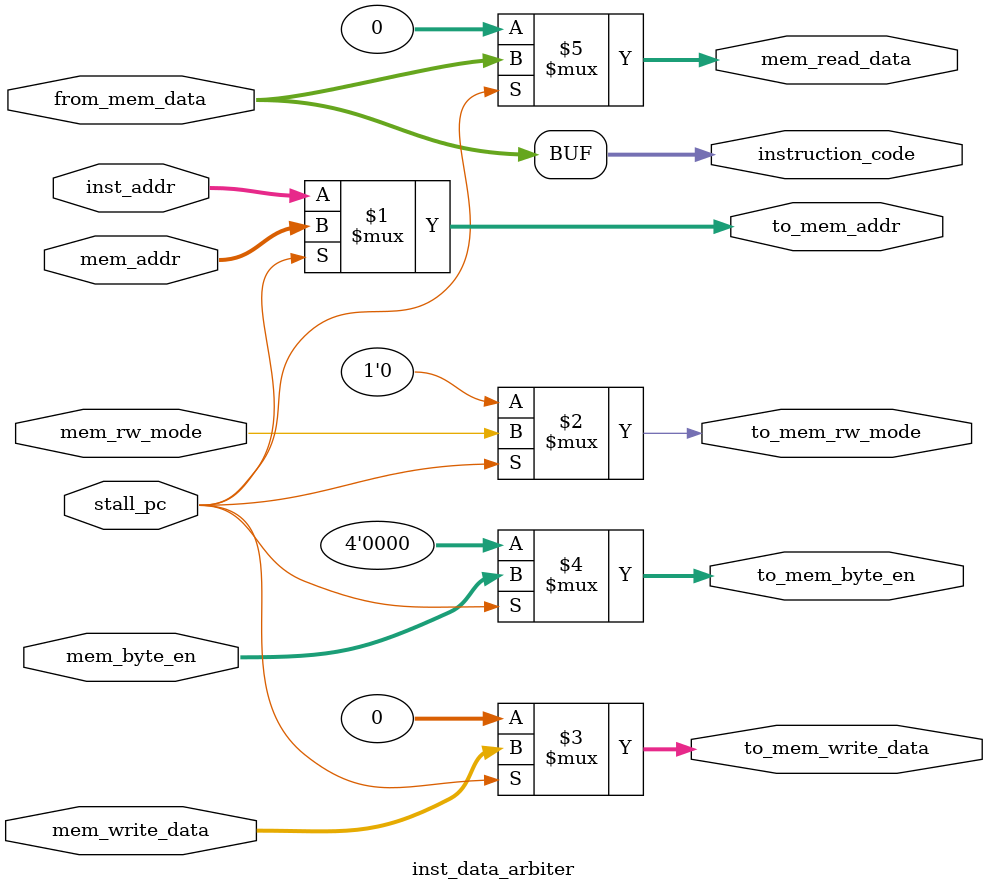
<source format=sv>

module inst_data_arbiter(
    input logic [9:0] inst_addr,
    input logic stall_pc,
    input logic [9:0] mem_addr,
    input logic mem_rw_mode,
    input logic [31:0] mem_write_data,
    input logic [3:0] mem_byte_en,
    input logic [31:0] from_mem_data,
    output logic [31:0] instruction_code,
    output logic [31:0] mem_read_data,
    output logic [9:0] to_mem_addr,
    output logic to_mem_rw_mode,
    output logic [31:0] to_mem_write_data,
    output logic [3:0] to_mem_byte_en
);

assign to_mem_addr = stall_pc ? mem_addr : inst_addr;
assign to_mem_rw_mode = stall_pc ? mem_rw_mode : 1'b0;
assign to_mem_write_data = stall_pc ? mem_write_data : 32'h0;
assign to_mem_byte_en = stall_pc ? mem_byte_en : 4'h0;

assign instruction_code = from_mem_data;
assign mem_read_data = stall_pc ? from_mem_data : 32'h0;

endmodule

</source>
